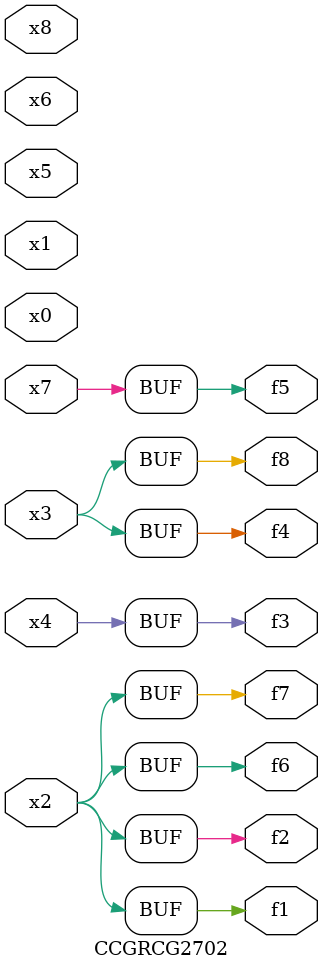
<source format=v>
module CCGRCG2702(
	input x0, x1, x2, x3, x4, x5, x6, x7, x8,
	output f1, f2, f3, f4, f5, f6, f7, f8
);
	assign f1 = x2;
	assign f2 = x2;
	assign f3 = x4;
	assign f4 = x3;
	assign f5 = x7;
	assign f6 = x2;
	assign f7 = x2;
	assign f8 = x3;
endmodule

</source>
